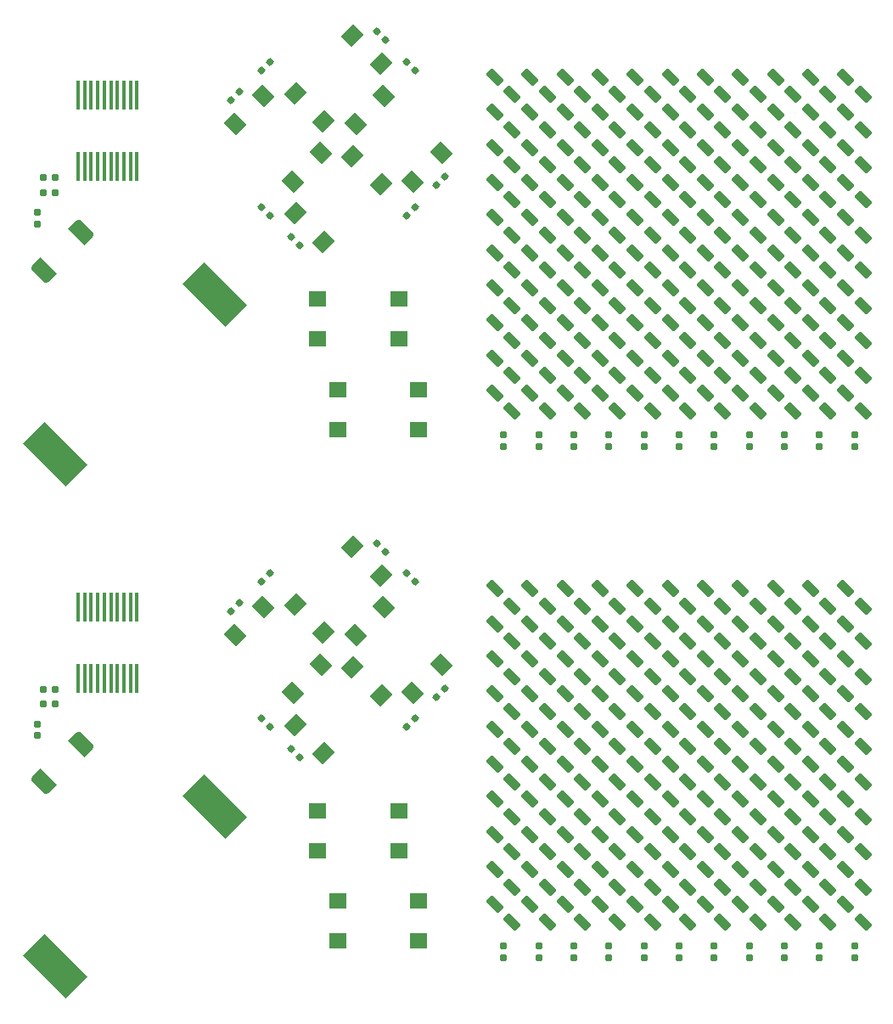
<source format=gbr>
%TF.GenerationSoftware,KiCad,Pcbnew,(6.0.9)*%
%TF.CreationDate,2023-02-03T02:03:43-05:00*%
%TF.ProjectId,businesscard_panel,62757369-6e65-4737-9363-6172645f7061,rev?*%
%TF.SameCoordinates,Original*%
%TF.FileFunction,Paste,Bot*%
%TF.FilePolarity,Positive*%
%FSLAX46Y46*%
G04 Gerber Fmt 4.6, Leading zero omitted, Abs format (unit mm)*
G04 Created by KiCad (PCBNEW (6.0.9)) date 2023-02-03 02:03:43*
%MOMM*%
%LPD*%
G01*
G04 APERTURE LIST*
G04 Aperture macros list*
%AMRoundRect*
0 Rectangle with rounded corners*
0 $1 Rounding radius*
0 $2 $3 $4 $5 $6 $7 $8 $9 X,Y pos of 4 corners*
0 Add a 4 corners polygon primitive as box body*
4,1,4,$2,$3,$4,$5,$6,$7,$8,$9,$2,$3,0*
0 Add four circle primitives for the rounded corners*
1,1,$1+$1,$2,$3*
1,1,$1+$1,$4,$5*
1,1,$1+$1,$6,$7*
1,1,$1+$1,$8,$9*
0 Add four rect primitives between the rounded corners*
20,1,$1+$1,$2,$3,$4,$5,0*
20,1,$1+$1,$4,$5,$6,$7,0*
20,1,$1+$1,$6,$7,$8,$9,0*
20,1,$1+$1,$8,$9,$2,$3,0*%
%AMRotRect*
0 Rectangle, with rotation*
0 The origin of the aperture is its center*
0 $1 length*
0 $2 width*
0 $3 Rotation angle, in degrees counterclockwise*
0 Add horizontal line*
21,1,$1,$2,0,0,$3*%
%AMFreePoly0*
4,1,15,-1.143000,0.750000,1.143000,0.750000,1.143000,-0.375000,1.127371,-0.482133,1.073293,-0.592764,0.986296,-0.679914,0.875760,-0.734183,0.768000,-0.750000,-0.768000,-0.750000,-0.875133,-0.734371,-0.985764,-0.680293,-1.072913,-0.593297,-1.127183,-0.482760,-1.143000,-0.375000,-1.143000,0.750000,-1.143000,0.750000,$1*%
%AMFreePoly1*
4,1,15,-1.143000,0.375000,-1.127371,0.482133,-1.073293,0.592764,-0.986296,0.679914,-0.875760,0.734183,-0.768000,0.750000,0.768000,0.750000,0.875133,0.734371,0.985764,0.680293,1.072913,0.593297,1.127183,0.482760,1.143000,0.375000,1.143000,-0.750000,-1.143000,-0.750000,-1.143000,0.375000,-1.143000,0.375000,$1*%
G04 Aperture macros list end*
%ADD10RoundRect,0.237500X-0.618718X0.282843X0.282843X-0.618718X0.618718X-0.282843X-0.282843X0.618718X0*%
%ADD11RotRect,1.700000X1.500000X315.000000*%
%ADD12RotRect,1.700000X1.500000X45.000000*%
%ADD13RoundRect,0.100000X0.100000X-1.337500X0.100000X1.337500X-0.100000X1.337500X-0.100000X-1.337500X0*%
%ADD14RotRect,3.000000X6.000000X45.000000*%
%ADD15FreePoly0,135.000000*%
%ADD16FreePoly1,135.000000*%
%ADD17RotRect,1.700000X1.500000X225.000000*%
%ADD18R,1.700000X1.500000*%
%ADD19RotRect,1.700000X1.500000X135.000000*%
%ADD20RoundRect,0.160000X0.160000X-0.197500X0.160000X0.197500X-0.160000X0.197500X-0.160000X-0.197500X0*%
%ADD21RoundRect,0.160000X-0.026517X-0.252791X0.252791X0.026517X0.026517X0.252791X-0.252791X-0.026517X0*%
%ADD22RoundRect,0.155000X0.212500X0.155000X-0.212500X0.155000X-0.212500X-0.155000X0.212500X-0.155000X0*%
%ADD23RoundRect,0.160000X-0.252791X0.026517X0.026517X-0.252791X0.252791X-0.026517X-0.026517X0.252791X0*%
%ADD24RoundRect,0.160000X0.026517X0.252791X-0.252791X-0.026517X-0.026517X-0.252791X0.252791X0.026517X0*%
%ADD25RoundRect,0.160000X0.252791X-0.026517X-0.026517X0.252791X-0.252791X0.026517X0.026517X-0.252791X0*%
%ADD26RoundRect,0.155000X0.155000X-0.212500X0.155000X0.212500X-0.155000X0.212500X-0.155000X-0.212500X0*%
G04 APERTURE END LIST*
D10*
%TO.C,D61*%
X168633794Y-57633794D03*
X170366206Y-59366206D03*
%TD*%
%TO.C,D79*%
X172133794Y-136633794D03*
X173866206Y-138366206D03*
%TD*%
%TO.C,D101*%
X182633794Y-57633794D03*
X184366206Y-59366206D03*
%TD*%
%TO.C,D97*%
X179133794Y-78633794D03*
X180866206Y-80366206D03*
%TD*%
%TO.C,D51*%
X165133794Y-57633794D03*
X166866206Y-59366206D03*
%TD*%
%TO.C,D25*%
X154633794Y-122633794D03*
X156366206Y-124366206D03*
%TD*%
%TO.C,D78*%
X172133794Y-82133794D03*
X173866206Y-83866206D03*
%TD*%
%TO.C,D56*%
X165133794Y-126133794D03*
X166866206Y-127866206D03*
%TD*%
%TO.C,D32*%
X158133794Y-112133794D03*
X159866206Y-113866206D03*
%TD*%
%TO.C,D26*%
X154633794Y-126133794D03*
X156366206Y-127866206D03*
%TD*%
%TO.C,D94*%
X179133794Y-119133794D03*
X180866206Y-120866206D03*
%TD*%
%TO.C,D76*%
X172133794Y-126133794D03*
X173866206Y-127866206D03*
%TD*%
%TO.C,D50*%
X161633794Y-89133794D03*
X163366206Y-90866206D03*
%TD*%
%TO.C,D96*%
X179133794Y-75133794D03*
X180866206Y-76866206D03*
%TD*%
D11*
%TO.C,SW4*%
X136550431Y-110472004D03*
X142277996Y-116199569D03*
X133722004Y-113300431D03*
X139449569Y-119027996D03*
%TD*%
D10*
%TO.C,D53*%
X165133794Y-115633794D03*
X166866206Y-117366206D03*
%TD*%
%TO.C,D80*%
X172133794Y-140133794D03*
X173866206Y-141866206D03*
%TD*%
%TO.C,D81*%
X175633794Y-108633794D03*
X177366206Y-110366206D03*
%TD*%
%TO.C,D9*%
X147633794Y-85633794D03*
X149366206Y-87366206D03*
%TD*%
%TO.C,D20*%
X151133794Y-89133794D03*
X152866206Y-90866206D03*
%TD*%
%TO.C,D45*%
X161633794Y-71633794D03*
X163366206Y-73366206D03*
%TD*%
%TO.C,D24*%
X154633794Y-119133794D03*
X156366206Y-120866206D03*
%TD*%
%TO.C,D100*%
X179133794Y-140133794D03*
X180866206Y-141866206D03*
%TD*%
D12*
%TO.C,SW3*%
X133449569Y-53472004D03*
X127722004Y-59199569D03*
X136277996Y-56300431D03*
X130550431Y-62027996D03*
%TD*%
D10*
%TO.C,D41*%
X161633794Y-57633794D03*
X163366206Y-59366206D03*
%TD*%
%TO.C,D85*%
X175633794Y-71633794D03*
X177366206Y-73366206D03*
%TD*%
%TO.C,D42*%
X161633794Y-61133794D03*
X163366206Y-62866206D03*
%TD*%
%TO.C,D32*%
X158133794Y-61133794D03*
X159866206Y-62866206D03*
%TD*%
%TO.C,D107*%
X182633794Y-129633794D03*
X184366206Y-131366206D03*
%TD*%
%TO.C,D68*%
X168633794Y-133133794D03*
X170366206Y-134866206D03*
%TD*%
%TO.C,D104*%
X182633794Y-119133794D03*
X184366206Y-120866206D03*
%TD*%
%TO.C,D75*%
X172133794Y-71633794D03*
X173866206Y-73366206D03*
%TD*%
%TO.C,D58*%
X165133794Y-82133794D03*
X166866206Y-83866206D03*
%TD*%
D11*
%TO.C,SW4*%
X136550431Y-59472004D03*
X142277996Y-65199569D03*
X133722004Y-62300431D03*
X139449569Y-68027996D03*
%TD*%
D10*
%TO.C,D71*%
X172133794Y-57633794D03*
X173866206Y-59366206D03*
%TD*%
%TO.C,D15*%
X151133794Y-71633794D03*
X152866206Y-73366206D03*
%TD*%
%TO.C,D64*%
X168633794Y-68133794D03*
X170366206Y-69866206D03*
%TD*%
%TO.C,D49*%
X161633794Y-136633794D03*
X163366206Y-138366206D03*
%TD*%
%TO.C,D86*%
X175633794Y-75133794D03*
X177366206Y-76866206D03*
%TD*%
%TO.C,D59*%
X165133794Y-85633794D03*
X166866206Y-87366206D03*
%TD*%
%TO.C,D57*%
X165133794Y-129633794D03*
X166866206Y-131366206D03*
%TD*%
%TO.C,D82*%
X175633794Y-61133794D03*
X177366206Y-62866206D03*
%TD*%
%TO.C,D48*%
X161633794Y-82133794D03*
X163366206Y-83866206D03*
%TD*%
%TO.C,D23*%
X154633794Y-64633794D03*
X156366206Y-66366206D03*
%TD*%
%TO.C,D73*%
X172133794Y-115633794D03*
X173866206Y-117366206D03*
%TD*%
%TO.C,D34*%
X158133794Y-119133794D03*
X159866206Y-120866206D03*
%TD*%
%TO.C,D103*%
X182633794Y-115633794D03*
X184366206Y-117366206D03*
%TD*%
%TO.C,D69*%
X168633794Y-136633794D03*
X170366206Y-138366206D03*
%TD*%
%TO.C,D51*%
X165133794Y-108633794D03*
X166866206Y-110366206D03*
%TD*%
%TO.C,D22*%
X154633794Y-112133794D03*
X156366206Y-113866206D03*
%TD*%
%TO.C,D8*%
X147633794Y-82133794D03*
X149366206Y-83866206D03*
%TD*%
%TO.C,D29*%
X154633794Y-85633794D03*
X156366206Y-87366206D03*
%TD*%
%TO.C,D106*%
X182633794Y-126133794D03*
X184366206Y-127866206D03*
%TD*%
%TO.C,D49*%
X161633794Y-85633794D03*
X163366206Y-87366206D03*
%TD*%
%TO.C,D55*%
X165133794Y-122633794D03*
X166866206Y-124366206D03*
%TD*%
%TO.C,D92*%
X179133794Y-61133794D03*
X180866206Y-62866206D03*
%TD*%
%TO.C,D5*%
X147633794Y-122633794D03*
X149366206Y-124366206D03*
%TD*%
D13*
%TO.C,U1*%
X106075000Y-117562500D03*
X106725000Y-117562500D03*
X107375000Y-117562500D03*
X108025000Y-117562500D03*
X108675000Y-117562500D03*
X109325000Y-117562500D03*
X109975000Y-117562500D03*
X110625000Y-117562500D03*
X111275000Y-117562500D03*
X111925000Y-117562500D03*
X111925000Y-110437500D03*
X111275000Y-110437500D03*
X110625000Y-110437500D03*
X109975000Y-110437500D03*
X109325000Y-110437500D03*
X108675000Y-110437500D03*
X108025000Y-110437500D03*
X107375000Y-110437500D03*
X106725000Y-110437500D03*
X106075000Y-110437500D03*
%TD*%
D10*
%TO.C,D18*%
X151133794Y-133133794D03*
X152866206Y-134866206D03*
%TD*%
%TO.C,D105*%
X182633794Y-122633794D03*
X184366206Y-124366206D03*
%TD*%
%TO.C,D37*%
X158133794Y-78633794D03*
X159866206Y-80366206D03*
%TD*%
%TO.C,D53*%
X165133794Y-64633794D03*
X166866206Y-66366206D03*
%TD*%
%TO.C,D11*%
X151133794Y-108633794D03*
X152866206Y-110366206D03*
%TD*%
%TO.C,D107*%
X182633794Y-78633794D03*
X184366206Y-80366206D03*
%TD*%
%TO.C,D35*%
X158133794Y-122633794D03*
X159866206Y-124366206D03*
%TD*%
%TO.C,D94*%
X179133794Y-68133794D03*
X180866206Y-69866206D03*
%TD*%
%TO.C,D61*%
X168633794Y-108633794D03*
X170366206Y-110366206D03*
%TD*%
%TO.C,D72*%
X172133794Y-112133794D03*
X173866206Y-113866206D03*
%TD*%
%TO.C,D73*%
X172133794Y-64633794D03*
X173866206Y-66366206D03*
%TD*%
%TO.C,D35*%
X158133794Y-71633794D03*
X159866206Y-73366206D03*
%TD*%
%TO.C,D34*%
X158133794Y-68133794D03*
X159866206Y-69866206D03*
%TD*%
%TO.C,D52*%
X165133794Y-112133794D03*
X166866206Y-113866206D03*
%TD*%
%TO.C,D27*%
X154633794Y-78633794D03*
X156366206Y-80366206D03*
%TD*%
%TO.C,D24*%
X154633794Y-68133794D03*
X156366206Y-69866206D03*
%TD*%
%TO.C,D21*%
X154633794Y-57633794D03*
X156366206Y-59366206D03*
%TD*%
%TO.C,D5*%
X147633794Y-71633794D03*
X149366206Y-73366206D03*
%TD*%
%TO.C,D46*%
X161633794Y-126133794D03*
X163366206Y-127866206D03*
%TD*%
%TO.C,D22*%
X154633794Y-61133794D03*
X156366206Y-62866206D03*
%TD*%
%TO.C,D50*%
X161633794Y-140133794D03*
X163366206Y-141866206D03*
%TD*%
%TO.C,D55*%
X165133794Y-71633794D03*
X166866206Y-73366206D03*
%TD*%
%TO.C,D3*%
X147633794Y-64633794D03*
X149366206Y-66366206D03*
%TD*%
%TO.C,D1*%
X147633794Y-57633794D03*
X149366206Y-59366206D03*
%TD*%
%TO.C,D16*%
X151133794Y-126133794D03*
X152866206Y-127866206D03*
%TD*%
%TO.C,D9*%
X147633794Y-136633794D03*
X149366206Y-138366206D03*
%TD*%
%TO.C,D66*%
X168633794Y-126133794D03*
X170366206Y-127866206D03*
%TD*%
%TO.C,D105*%
X182633794Y-71633794D03*
X184366206Y-73366206D03*
%TD*%
%TO.C,D91*%
X179133794Y-57633794D03*
X180866206Y-59366206D03*
%TD*%
%TO.C,D103*%
X182633794Y-64633794D03*
X184366206Y-66366206D03*
%TD*%
%TO.C,D93*%
X179133794Y-64633794D03*
X180866206Y-66366206D03*
%TD*%
%TO.C,D79*%
X172133794Y-85633794D03*
X173866206Y-87366206D03*
%TD*%
D14*
%TO.C,BT1*%
X119659902Y-130340098D03*
X103750000Y-146250000D03*
%TD*%
D10*
%TO.C,D15*%
X151133794Y-122633794D03*
X152866206Y-124366206D03*
%TD*%
%TO.C,D17*%
X151133794Y-129633794D03*
X152866206Y-131366206D03*
%TD*%
%TO.C,D69*%
X168633794Y-85633794D03*
X170366206Y-87366206D03*
%TD*%
%TO.C,D98*%
X179133794Y-133133794D03*
X180866206Y-134866206D03*
%TD*%
%TO.C,D54*%
X165133794Y-119133794D03*
X166866206Y-120866206D03*
%TD*%
%TO.C,D74*%
X172133794Y-119133794D03*
X173866206Y-120866206D03*
%TD*%
%TO.C,D62*%
X168633794Y-61133794D03*
X170366206Y-62866206D03*
%TD*%
%TO.C,D82*%
X175633794Y-112133794D03*
X177366206Y-113866206D03*
%TD*%
%TO.C,D43*%
X161633794Y-115633794D03*
X163366206Y-117366206D03*
%TD*%
%TO.C,D102*%
X182633794Y-112133794D03*
X184366206Y-113866206D03*
%TD*%
%TO.C,D86*%
X175633794Y-126133794D03*
X177366206Y-127866206D03*
%TD*%
%TO.C,D98*%
X179133794Y-82133794D03*
X180866206Y-83866206D03*
%TD*%
%TO.C,D63*%
X168633794Y-64633794D03*
X170366206Y-66366206D03*
%TD*%
%TO.C,D2*%
X147633794Y-61133794D03*
X149366206Y-62866206D03*
%TD*%
D15*
%TO.C,SW1*%
X106444544Y-124055456D03*
D16*
X102555456Y-127944544D03*
%TD*%
D10*
%TO.C,D41*%
X161633794Y-108633794D03*
X163366206Y-110366206D03*
%TD*%
%TO.C,D6*%
X147633794Y-75133794D03*
X149366206Y-76866206D03*
%TD*%
%TO.C,D29*%
X154633794Y-136633794D03*
X156366206Y-138366206D03*
%TD*%
%TO.C,D37*%
X158133794Y-129633794D03*
X159866206Y-131366206D03*
%TD*%
%TO.C,D56*%
X165133794Y-75133794D03*
X166866206Y-76866206D03*
%TD*%
%TO.C,D47*%
X161633794Y-78633794D03*
X163366206Y-80366206D03*
%TD*%
%TO.C,D72*%
X172133794Y-61133794D03*
X173866206Y-62866206D03*
%TD*%
%TO.C,D85*%
X175633794Y-122633794D03*
X177366206Y-124366206D03*
%TD*%
%TO.C,D110*%
X182633794Y-89133794D03*
X184366206Y-90866206D03*
%TD*%
D13*
%TO.C,U1*%
X106075000Y-66562500D03*
X106725000Y-66562500D03*
X107375000Y-66562500D03*
X108025000Y-66562500D03*
X108675000Y-66562500D03*
X109325000Y-66562500D03*
X109975000Y-66562500D03*
X110625000Y-66562500D03*
X111275000Y-66562500D03*
X111925000Y-66562500D03*
X111925000Y-59437500D03*
X111275000Y-59437500D03*
X110625000Y-59437500D03*
X109975000Y-59437500D03*
X109325000Y-59437500D03*
X108675000Y-59437500D03*
X108025000Y-59437500D03*
X107375000Y-59437500D03*
X106725000Y-59437500D03*
X106075000Y-59437500D03*
%TD*%
D10*
%TO.C,D67*%
X168633794Y-129633794D03*
X170366206Y-131366206D03*
%TD*%
%TO.C,D64*%
X168633794Y-119133794D03*
X170366206Y-120866206D03*
%TD*%
%TO.C,D23*%
X154633794Y-115633794D03*
X156366206Y-117366206D03*
%TD*%
D14*
%TO.C,BT1*%
X119659902Y-79340098D03*
X103750000Y-95250000D03*
%TD*%
D10*
%TO.C,D58*%
X165133794Y-133133794D03*
X166866206Y-134866206D03*
%TD*%
D17*
%TO.C,SW5*%
X136277996Y-119300431D03*
X130550431Y-125027996D03*
X133449569Y-116472004D03*
X127722004Y-122199569D03*
%TD*%
D12*
%TO.C,SW3*%
X133449569Y-104472004D03*
X127722004Y-110199569D03*
X136277996Y-107300431D03*
X130550431Y-113027996D03*
%TD*%
D10*
%TO.C,D84*%
X175633794Y-119133794D03*
X177366206Y-120866206D03*
%TD*%
%TO.C,D4*%
X147633794Y-119133794D03*
X149366206Y-120866206D03*
%TD*%
%TO.C,D19*%
X151133794Y-136633794D03*
X152866206Y-138366206D03*
%TD*%
%TO.C,D40*%
X158133794Y-140133794D03*
X159866206Y-141866206D03*
%TD*%
%TO.C,D67*%
X168633794Y-78633794D03*
X170366206Y-80366206D03*
%TD*%
D18*
%TO.C,SW7*%
X131950000Y-92750000D03*
X140050000Y-92750000D03*
X131950000Y-88750000D03*
X140050000Y-88750000D03*
%TD*%
D19*
%TO.C,SW2*%
X127449569Y-68027996D03*
X121722004Y-62300431D03*
X124550431Y-59472004D03*
X130277996Y-65199569D03*
%TD*%
D10*
%TO.C,D30*%
X154633794Y-140133794D03*
X156366206Y-141866206D03*
%TD*%
%TO.C,D44*%
X161633794Y-119133794D03*
X163366206Y-120866206D03*
%TD*%
%TO.C,D70*%
X168633794Y-140133794D03*
X170366206Y-141866206D03*
%TD*%
%TO.C,D108*%
X182633794Y-133133794D03*
X184366206Y-134866206D03*
%TD*%
%TO.C,D31*%
X158133794Y-108633794D03*
X159866206Y-110366206D03*
%TD*%
%TO.C,D62*%
X168633794Y-112133794D03*
X170366206Y-113866206D03*
%TD*%
%TO.C,D26*%
X154633794Y-75133794D03*
X156366206Y-76866206D03*
%TD*%
%TO.C,D28*%
X154633794Y-133133794D03*
X156366206Y-134866206D03*
%TD*%
%TO.C,D48*%
X161633794Y-133133794D03*
X163366206Y-134866206D03*
%TD*%
%TO.C,D76*%
X172133794Y-75133794D03*
X173866206Y-76866206D03*
%TD*%
%TO.C,D83*%
X175633794Y-115633794D03*
X177366206Y-117366206D03*
%TD*%
%TO.C,D60*%
X165133794Y-140133794D03*
X166866206Y-141866206D03*
%TD*%
%TO.C,D59*%
X165133794Y-136633794D03*
X166866206Y-138366206D03*
%TD*%
%TO.C,D87*%
X175633794Y-78633794D03*
X177366206Y-80366206D03*
%TD*%
%TO.C,D70*%
X168633794Y-89133794D03*
X170366206Y-90866206D03*
%TD*%
%TO.C,D89*%
X175633794Y-85633794D03*
X177366206Y-87366206D03*
%TD*%
%TO.C,D3*%
X147633794Y-115633794D03*
X149366206Y-117366206D03*
%TD*%
%TO.C,D10*%
X147633794Y-89133794D03*
X149366206Y-90866206D03*
%TD*%
%TO.C,D47*%
X161633794Y-129633794D03*
X163366206Y-131366206D03*
%TD*%
%TO.C,D18*%
X151133794Y-82133794D03*
X152866206Y-83866206D03*
%TD*%
%TO.C,D42*%
X161633794Y-112133794D03*
X163366206Y-113866206D03*
%TD*%
%TO.C,D71*%
X172133794Y-108633794D03*
X173866206Y-110366206D03*
%TD*%
%TO.C,D33*%
X158133794Y-115633794D03*
X159866206Y-117366206D03*
%TD*%
%TO.C,D20*%
X151133794Y-140133794D03*
X152866206Y-141866206D03*
%TD*%
%TO.C,D45*%
X161633794Y-122633794D03*
X163366206Y-124366206D03*
%TD*%
D18*
%TO.C,SW7*%
X131950000Y-143750000D03*
X140050000Y-143750000D03*
X131950000Y-139750000D03*
X140050000Y-139750000D03*
%TD*%
D10*
%TO.C,D92*%
X179133794Y-112133794D03*
X180866206Y-113866206D03*
%TD*%
%TO.C,D87*%
X175633794Y-129633794D03*
X177366206Y-131366206D03*
%TD*%
%TO.C,D38*%
X158133794Y-82133794D03*
X159866206Y-83866206D03*
%TD*%
%TO.C,D104*%
X182633794Y-68133794D03*
X184366206Y-69866206D03*
%TD*%
%TO.C,D54*%
X165133794Y-68133794D03*
X166866206Y-69866206D03*
%TD*%
%TO.C,D14*%
X151133794Y-68133794D03*
X152866206Y-69866206D03*
%TD*%
%TO.C,D33*%
X158133794Y-64633794D03*
X159866206Y-66366206D03*
%TD*%
%TO.C,D90*%
X175633794Y-89133794D03*
X177366206Y-90866206D03*
%TD*%
%TO.C,D110*%
X182633794Y-140133794D03*
X184366206Y-141866206D03*
%TD*%
%TO.C,D25*%
X154633794Y-71633794D03*
X156366206Y-73366206D03*
%TD*%
D15*
%TO.C,SW1*%
X106444544Y-73055456D03*
D16*
X102555456Y-76944544D03*
%TD*%
D10*
%TO.C,D7*%
X147633794Y-78633794D03*
X149366206Y-80366206D03*
%TD*%
%TO.C,D89*%
X175633794Y-136633794D03*
X177366206Y-138366206D03*
%TD*%
%TO.C,D65*%
X168633794Y-71633794D03*
X170366206Y-73366206D03*
%TD*%
%TO.C,D78*%
X172133794Y-133133794D03*
X173866206Y-134866206D03*
%TD*%
%TO.C,D80*%
X172133794Y-89133794D03*
X173866206Y-90866206D03*
%TD*%
%TO.C,D100*%
X179133794Y-89133794D03*
X180866206Y-90866206D03*
%TD*%
%TO.C,D88*%
X175633794Y-133133794D03*
X177366206Y-134866206D03*
%TD*%
%TO.C,D93*%
X179133794Y-115633794D03*
X180866206Y-117366206D03*
%TD*%
%TO.C,D90*%
X175633794Y-140133794D03*
X177366206Y-141866206D03*
%TD*%
%TO.C,D31*%
X158133794Y-57633794D03*
X159866206Y-59366206D03*
%TD*%
%TO.C,D77*%
X172133794Y-78633794D03*
X173866206Y-80366206D03*
%TD*%
D17*
%TO.C,SW5*%
X136277996Y-68300431D03*
X130550431Y-74027996D03*
X133449569Y-65472004D03*
X127722004Y-71199569D03*
%TD*%
D10*
%TO.C,D21*%
X154633794Y-108633794D03*
X156366206Y-110366206D03*
%TD*%
%TO.C,D8*%
X147633794Y-133133794D03*
X149366206Y-134866206D03*
%TD*%
%TO.C,D13*%
X151133794Y-64633794D03*
X152866206Y-66366206D03*
%TD*%
%TO.C,D77*%
X172133794Y-129633794D03*
X173866206Y-131366206D03*
%TD*%
%TO.C,D13*%
X151133794Y-115633794D03*
X152866206Y-117366206D03*
%TD*%
%TO.C,D63*%
X168633794Y-115633794D03*
X170366206Y-117366206D03*
%TD*%
%TO.C,D109*%
X182633794Y-85633794D03*
X184366206Y-87366206D03*
%TD*%
%TO.C,D39*%
X158133794Y-136633794D03*
X159866206Y-138366206D03*
%TD*%
%TO.C,D28*%
X154633794Y-82133794D03*
X156366206Y-83866206D03*
%TD*%
%TO.C,D2*%
X147633794Y-112133794D03*
X149366206Y-113866206D03*
%TD*%
%TO.C,D95*%
X179133794Y-71633794D03*
X180866206Y-73366206D03*
%TD*%
D18*
%TO.C,SW6*%
X138050000Y-134750000D03*
X129950000Y-134750000D03*
X129950000Y-130750000D03*
X138050000Y-130750000D03*
%TD*%
D10*
%TO.C,D65*%
X168633794Y-122633794D03*
X170366206Y-124366206D03*
%TD*%
%TO.C,D74*%
X172133794Y-68133794D03*
X173866206Y-69866206D03*
%TD*%
%TO.C,D30*%
X154633794Y-89133794D03*
X156366206Y-90866206D03*
%TD*%
%TO.C,D36*%
X158133794Y-126133794D03*
X159866206Y-127866206D03*
%TD*%
%TO.C,D75*%
X172133794Y-122633794D03*
X173866206Y-124366206D03*
%TD*%
%TO.C,D39*%
X158133794Y-85633794D03*
X159866206Y-87366206D03*
%TD*%
%TO.C,D17*%
X151133794Y-78633794D03*
X152866206Y-80366206D03*
%TD*%
%TO.C,D14*%
X151133794Y-119133794D03*
X152866206Y-120866206D03*
%TD*%
%TO.C,D108*%
X182633794Y-82133794D03*
X184366206Y-83866206D03*
%TD*%
%TO.C,D66*%
X168633794Y-75133794D03*
X170366206Y-76866206D03*
%TD*%
%TO.C,D38*%
X158133794Y-133133794D03*
X159866206Y-134866206D03*
%TD*%
%TO.C,D12*%
X151133794Y-61133794D03*
X152866206Y-62866206D03*
%TD*%
%TO.C,D81*%
X175633794Y-57633794D03*
X177366206Y-59366206D03*
%TD*%
%TO.C,D27*%
X154633794Y-129633794D03*
X156366206Y-131366206D03*
%TD*%
%TO.C,D36*%
X158133794Y-75133794D03*
X159866206Y-76866206D03*
%TD*%
%TO.C,D6*%
X147633794Y-126133794D03*
X149366206Y-127866206D03*
%TD*%
%TO.C,D19*%
X151133794Y-85633794D03*
X152866206Y-87366206D03*
%TD*%
%TO.C,D44*%
X161633794Y-68133794D03*
X163366206Y-69866206D03*
%TD*%
%TO.C,D91*%
X179133794Y-108633794D03*
X180866206Y-110366206D03*
%TD*%
%TO.C,D12*%
X151133794Y-112133794D03*
X152866206Y-113866206D03*
%TD*%
%TO.C,D60*%
X165133794Y-89133794D03*
X166866206Y-90866206D03*
%TD*%
D18*
%TO.C,SW6*%
X138050000Y-83750000D03*
X129950000Y-83750000D03*
X129950000Y-79750000D03*
X138050000Y-79750000D03*
%TD*%
D10*
%TO.C,D84*%
X175633794Y-68133794D03*
X177366206Y-69866206D03*
%TD*%
%TO.C,D83*%
X175633794Y-64633794D03*
X177366206Y-66366206D03*
%TD*%
%TO.C,D52*%
X165133794Y-61133794D03*
X166866206Y-62866206D03*
%TD*%
%TO.C,D101*%
X182633794Y-108633794D03*
X184366206Y-110366206D03*
%TD*%
%TO.C,D7*%
X147633794Y-129633794D03*
X149366206Y-131366206D03*
%TD*%
%TO.C,D43*%
X161633794Y-64633794D03*
X163366206Y-66366206D03*
%TD*%
%TO.C,D57*%
X165133794Y-78633794D03*
X166866206Y-80366206D03*
%TD*%
%TO.C,D88*%
X175633794Y-82133794D03*
X177366206Y-83866206D03*
%TD*%
%TO.C,D4*%
X147633794Y-68133794D03*
X149366206Y-69866206D03*
%TD*%
%TO.C,D16*%
X151133794Y-75133794D03*
X152866206Y-76866206D03*
%TD*%
%TO.C,D96*%
X179133794Y-126133794D03*
X180866206Y-127866206D03*
%TD*%
D19*
%TO.C,SW2*%
X127449569Y-119027996D03*
X121722004Y-113300431D03*
X124550431Y-110472004D03*
X130277996Y-116199569D03*
%TD*%
D10*
%TO.C,D102*%
X182633794Y-61133794D03*
X184366206Y-62866206D03*
%TD*%
%TO.C,D95*%
X179133794Y-122633794D03*
X180866206Y-124366206D03*
%TD*%
%TO.C,D106*%
X182633794Y-75133794D03*
X184366206Y-76866206D03*
%TD*%
%TO.C,D99*%
X179133794Y-136633794D03*
X180866206Y-138366206D03*
%TD*%
%TO.C,D46*%
X161633794Y-75133794D03*
X163366206Y-76866206D03*
%TD*%
%TO.C,D40*%
X158133794Y-89133794D03*
X159866206Y-90866206D03*
%TD*%
%TO.C,D97*%
X179133794Y-129633794D03*
X180866206Y-131366206D03*
%TD*%
%TO.C,D99*%
X179133794Y-85633794D03*
X180866206Y-87366206D03*
%TD*%
%TO.C,D11*%
X151133794Y-57633794D03*
X152866206Y-59366206D03*
%TD*%
%TO.C,D1*%
X147633794Y-108633794D03*
X149366206Y-110366206D03*
%TD*%
%TO.C,D10*%
X147633794Y-140133794D03*
X149366206Y-141866206D03*
%TD*%
%TO.C,D109*%
X182633794Y-136633794D03*
X184366206Y-138366206D03*
%TD*%
%TO.C,D68*%
X168633794Y-82133794D03*
X170366206Y-83866206D03*
%TD*%
D20*
%TO.C,R16*%
X159000000Y-145447500D03*
X159000000Y-144252500D03*
%TD*%
%TO.C,R10*%
X180000000Y-145447500D03*
X180000000Y-144252500D03*
%TD*%
%TO.C,R11*%
X176500000Y-94447500D03*
X176500000Y-93252500D03*
%TD*%
%TO.C,R17*%
X155500000Y-145447500D03*
X155500000Y-144252500D03*
%TD*%
%TO.C,R14*%
X166000000Y-145447500D03*
X166000000Y-144252500D03*
%TD*%
D21*
%TO.C,R3*%
X141827504Y-119422496D03*
X142672496Y-118577504D03*
%TD*%
D20*
%TO.C,R16*%
X159000000Y-94447500D03*
X159000000Y-93252500D03*
%TD*%
%TO.C,R12*%
X173000000Y-145447500D03*
X173000000Y-144252500D03*
%TD*%
%TO.C,R19*%
X148500000Y-94447500D03*
X148500000Y-93252500D03*
%TD*%
D22*
%TO.C,C3*%
X103767500Y-120150000D03*
X102632500Y-120150000D03*
%TD*%
D23*
%TO.C,R8*%
X124327504Y-70577504D03*
X125172496Y-71422496D03*
%TD*%
D20*
%TO.C,R15*%
X162500000Y-145447500D03*
X162500000Y-144252500D03*
%TD*%
D24*
%TO.C,R1*%
X122172496Y-59077504D03*
X121327504Y-59922496D03*
%TD*%
D20*
%TO.C,R10*%
X180000000Y-94447500D03*
X180000000Y-93252500D03*
%TD*%
D23*
%TO.C,R4*%
X127327504Y-73577504D03*
X128172496Y-74422496D03*
%TD*%
D20*
%TO.C,R13*%
X169500000Y-94447500D03*
X169500000Y-93252500D03*
%TD*%
D25*
%TO.C,R2*%
X136672496Y-53922496D03*
X135827504Y-53077504D03*
%TD*%
D20*
%TO.C,R15*%
X162500000Y-94447500D03*
X162500000Y-93252500D03*
%TD*%
D25*
%TO.C,R2*%
X136672496Y-104922496D03*
X135827504Y-104077504D03*
%TD*%
D21*
%TO.C,R7*%
X138827504Y-71422496D03*
X139672496Y-70577504D03*
%TD*%
D20*
%TO.C,R18*%
X152000000Y-94447500D03*
X152000000Y-93252500D03*
%TD*%
D23*
%TO.C,R4*%
X127327504Y-124577504D03*
X128172496Y-125422496D03*
%TD*%
D20*
%TO.C,R9*%
X183500000Y-145447500D03*
X183500000Y-144252500D03*
%TD*%
D24*
%TO.C,R1*%
X122172496Y-110077504D03*
X121327504Y-110922496D03*
%TD*%
D22*
%TO.C,C2*%
X103767500Y-118650000D03*
X102632500Y-118650000D03*
%TD*%
D26*
%TO.C,C1*%
X102000000Y-123250000D03*
X102000000Y-122115000D03*
%TD*%
%TO.C,C1*%
X102000000Y-72250000D03*
X102000000Y-71115000D03*
%TD*%
D24*
%TO.C,R5*%
X125172496Y-56077504D03*
X124327504Y-56922496D03*
%TD*%
D20*
%TO.C,R12*%
X173000000Y-94447500D03*
X173000000Y-93252500D03*
%TD*%
D25*
%TO.C,R6*%
X139672496Y-107922496D03*
X138827504Y-107077504D03*
%TD*%
D20*
%TO.C,R9*%
X183500000Y-94447500D03*
X183500000Y-93252500D03*
%TD*%
D25*
%TO.C,R6*%
X139672496Y-56922496D03*
X138827504Y-56077504D03*
%TD*%
D20*
%TO.C,R13*%
X169500000Y-145447500D03*
X169500000Y-144252500D03*
%TD*%
D22*
%TO.C,C2*%
X103767500Y-67650000D03*
X102632500Y-67650000D03*
%TD*%
D20*
%TO.C,R19*%
X148500000Y-145447500D03*
X148500000Y-144252500D03*
%TD*%
%TO.C,R11*%
X176500000Y-145447500D03*
X176500000Y-144252500D03*
%TD*%
D23*
%TO.C,R8*%
X124327504Y-121577504D03*
X125172496Y-122422496D03*
%TD*%
D24*
%TO.C,R5*%
X125172496Y-107077504D03*
X124327504Y-107922496D03*
%TD*%
D20*
%TO.C,R18*%
X152000000Y-145447500D03*
X152000000Y-144252500D03*
%TD*%
%TO.C,R14*%
X166000000Y-94447500D03*
X166000000Y-93252500D03*
%TD*%
D22*
%TO.C,C3*%
X103767500Y-69150000D03*
X102632500Y-69150000D03*
%TD*%
D20*
%TO.C,R17*%
X155500000Y-94447500D03*
X155500000Y-93252500D03*
%TD*%
D21*
%TO.C,R7*%
X138827504Y-122422496D03*
X139672496Y-121577504D03*
%TD*%
%TO.C,R3*%
X141827504Y-68422496D03*
X142672496Y-67577504D03*
%TD*%
M02*

</source>
